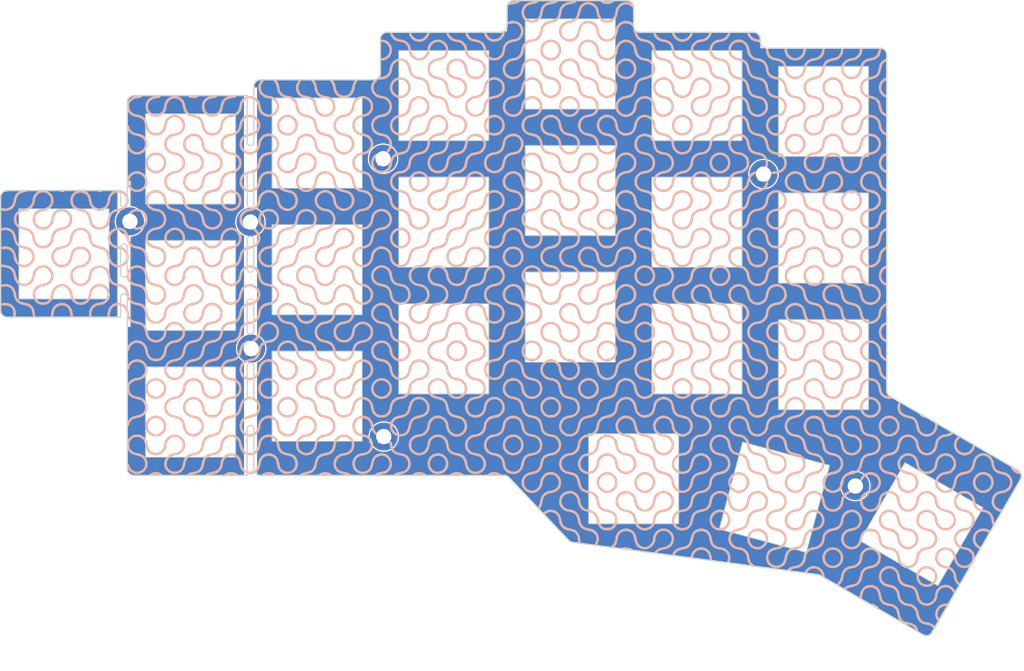
<source format=kicad_pcb>
(kicad_pcb (version 20221018) (generator pcbnew)
  (layers (0 "F.Cu" signal) (31 "B.Cu" signal) (34 "B.Paste" user) (35 "F.Paste" user) (36 "B.SilkS" user "B.Silkscreen") (37 "F.SilkS" user "F.Silkscreen") (38 "B.Mask" user) (39 "F.Mask" user) (44 "Edge.Cuts" user))
  (net 0 "")
  (footprint "kbd:SW_Hole_Omron" (layer "F.Cu") (at 42.721463 76.099368)
    (fp_text reference "K18" hide)
    (fp_text value "KEYSW" hide)
    (fp_line (start -6.75 -6.75) (end -6.75 6.75) (stroke (width 0.12)) (layer "Edge.Cuts"))
    (fp_line (start -6.75 6.75) (end 6.75 6.75) (stroke (width 0.12)) (layer "Edge.Cuts"))
    (fp_line (start 6.75 -6.75) (end -6.75 -6.75) (stroke (width 0.12)) (layer "Edge.Cuts"))
    (fp_line (start 6.75 6.75) (end 6.75 -6.75) (stroke (width 0.12)) (layer "Edge.Cuts"))
  )
  (footprint "kbd:SW_Hole_Omron" (layer "F.Cu") (at 118.721463 47.599367)
    (fp_text reference "K21" hide)
    (fp_text value "KEYSW" hide)
    (fp_line (start -6.75 -6.75) (end -6.75 6.75) (stroke (width 0.12)) (layer "Edge.Cuts"))
    (fp_line (start -6.75 6.75) (end 6.75 6.75) (stroke (width 0.12)) (layer "Edge.Cuts"))
    (fp_line (start 6.75 -6.75) (end -6.75 -6.75) (stroke (width 0.12)) (layer "Edge.Cuts"))
    (fp_line (start 6.75 6.75) (end 6.75 -6.75) (stroke (width 0.12)) (layer "Edge.Cuts"))
  )
  (footprint "kbd:SW_Hole_Omron" (layer "F.Cu") (at 42.721463 57.099368)
    (fp_text reference "K14" hide)
    (fp_text value "KEYSW" hide)
    (fp_line (start -6.75 -6.75) (end -6.75 6.75) (stroke (width 0.12)) (layer "Edge.Cuts"))
    (fp_line (start -6.75 6.75) (end 6.75 6.75) (stroke (width 0.12)) (layer "Edge.Cuts"))
    (fp_line (start 6.75 -6.75) (end -6.75 -6.75) (stroke (width 0.12)) (layer "Edge.Cuts"))
    (fp_line (start 6.75 6.75) (end 6.75 -6.75) (stroke (width 0.12)) (layer "Edge.Cuts"))
  )
  (footprint "kbd:SW_Hole_Omron" (layer "F.Cu") (at 61.721463 35.724368)
    (fp_text reference "K13" hide)
    (fp_text value "KEYSW" hide)
    (fp_line (start -6.75 -6.75) (end -6.75 6.75) (stroke (width 0.12)) (layer "Edge.Cuts"))
    (fp_line (start -6.75 6.75) (end 6.75 6.75) (stroke (width 0.12)) (layer "Edge.Cuts"))
    (fp_line (start 6.75 -6.75) (end -6.75 -6.75) (stroke (width 0.12)) (layer "Edge.Cuts"))
    (fp_line (start 6.75 6.75) (end 6.75 -6.75) (stroke (width 0.12)) (layer "Edge.Cuts"))
  )
  (footprint "kbd:SW_Hole_Omron" (layer "F.Cu") (at 152.426296 92.925796 60)
    (fp_text reference "K22" hide)
    (fp_text value "KEYSW" hide)
    (fp_line (start -6.75 -6.75) (end -6.75 6.75) (stroke (width 0.12)) (layer "Edge.Cuts"))
    (fp_line (start -6.75 6.75) (end 6.75 6.75) (stroke (width 0.12)) (layer "Edge.Cuts"))
    (fp_line (start 6.75 -6.75) (end -6.75 -6.75) (stroke (width 0.12)) (layer "Edge.Cuts"))
    (fp_line (start 6.75 6.75) (end 6.75 -6.75) (stroke (width 0.12)) (layer "Edge.Cuts"))
  )
  (footprint "kbd:M2_Hole_TH" (layer "F.Cu") (at 128.721463 40.374367)
    (fp_text reference "H8" (at 0 0.5) (layer "F.SilkS"))
    (fp_text value "MountingHole")
    (pad "" thru_hole circle (at 0 0) (size 4.2 4.2) (drill 2.3) (layers "*.Cu" "*.Mask"))
  )
  (footprint "kbd:SW_Hole_Omron" (layer "F.Cu") (at 80.721463 66.599368)
    (fp_text reference "K9" hide)
    (fp_text value "KEYSW" hide)
    (fp_line (start -6.75 -6.75) (end -6.75 6.75) (stroke (width 0.12)) (layer "Edge.Cuts"))
    (fp_line (start -6.75 6.75) (end 6.75 6.75) (stroke (width 0.12)) (layer "Edge.Cuts"))
    (fp_line (start 6.75 -6.75) (end -6.75 -6.75) (stroke (width 0.12)) (layer "Edge.Cuts"))
    (fp_line (start 6.75 6.75) (end 6.75 -6.75) (stroke (width 0.12)) (layer "Edge.Cuts"))
  )
  (footprint "kbd:M2_Hole_TH" (layer "F.Cu") (at 71.621463 38.074367)
    (fp_text reference "H4" (at 0 0.5) (layer "F.SilkS"))
    (fp_text value "MountingHole")
    (pad "" thru_hole circle (at 0 0) (size 4.2 4.2) (drill 2.3) (layers "*.Cu" "*.Mask"))
  )
  (footprint "kbd:SW_Hole_Omron" (layer "F.Cu") (at 130.35654 88.881582 -15)
    (fp_text reference "K1" hide)
    (fp_text value "KEYSW" hide)
    (fp_line (start -6.75 -6.75) (end -6.75 6.75) (stroke (width 0.12)) (layer "Edge.Cuts"))
    (fp_line (start -6.75 6.75) (end 6.75 6.75) (stroke (width 0.12)) (layer "Edge.Cuts"))
    (fp_line (start 6.75 -6.75) (end -6.75 -6.75) (stroke (width 0.12)) (layer "Edge.Cuts"))
    (fp_line (start 6.75 6.75) (end 6.75 -6.75) (stroke (width 0.12)) (layer "Edge.Cuts"))
  )
  (footprint "kbd:SW_Hole_Omron" (layer "F.Cu") (at 99.721463 23.849368)
    (fp_text reference "K11" hide)
    (fp_text value "KEYSW" hide)
    (fp_line (start -6.75 -6.75) (end -6.75 6.75) (stroke (width 0.12)) (layer "Edge.Cuts"))
    (fp_line (start -6.75 6.75) (end 6.75 6.75) (stroke (width 0.12)) (layer "Edge.Cuts"))
    (fp_line (start 6.75 -6.75) (end -6.75 -6.75) (stroke (width 0.12)) (layer "Edge.Cuts"))
    (fp_line (start 6.75 6.75) (end 6.75 -6.75) (stroke (width 0.12)) (layer "Edge.Cuts"))
  )
  (footprint "kbd:M2_Hole_TH" (layer "F.Cu") (at 51.821463 66.574367)
    (fp_text reference "H2" (at 0 0.5) (layer "F.SilkS"))
    (fp_text value "MountingHole")
    (pad "" thru_hole circle (at 0 0) (size 4.2 4.2) (drill 2.3) (layers "*.Cu" "*.Mask"))
  )
  (footprint "kbd:SW_Hole_Omron" (layer "F.Cu") (at 42.721463 38.099368)
    (fp_text reference "K7" hide)
    (fp_text value "KEYSW" hide)
    (fp_line (start -6.75 -6.75) (end -6.75 6.75) (stroke (width 0.12)) (layer "Edge.Cuts"))
    (fp_line (start -6.75 6.75) (end 6.75 6.75) (stroke (width 0.12)) (layer "Edge.Cuts"))
    (fp_line (start 6.75 -6.75) (end -6.75 -6.75) (stroke (width 0.12)) (layer "Edge.Cuts"))
    (fp_line (start 6.75 6.75) (end 6.75 -6.75) (stroke (width 0.12)) (layer "Edge.Cuts"))
  )
  (footprint "kbd:SW_Hole_Omron" (layer "F.Cu") (at 118.721463 66.599367)
    (fp_text reference "K12" hide)
    (fp_text value "KEYSW" hide)
    (fp_line (start -6.75 -6.75) (end -6.75 6.75) (stroke (width 0.12)) (layer "Edge.Cuts"))
    (fp_line (start -6.75 6.75) (end 6.75 6.75) (stroke (width 0.12)) (layer "Edge.Cuts"))
    (fp_line (start 6.75 -6.75) (end -6.75 -6.75) (stroke (width 0.12)) (layer "Edge.Cuts"))
    (fp_line (start 6.75 6.75) (end 6.75 -6.75) (stroke (width 0.12)) (layer "Edge.Cuts"))
  )
  (footprint "kbd:M2_Hole_TH" (layer "F.Cu") (at 33.621463 47.474367)
    (fp_text reference "H3" (at 0 0.5) (layer "F.SilkS"))
    (fp_text value "MountingHole")
    (pad "" thru_hole circle (at 0 0) (size 4.2 4.2) (drill 2.3) (layers "*.Cu" "*.Mask"))
  )
  (footprint "kbd:M2_Hole_TH" (layer "F.Cu") (at 51.721463 47.574367)
    (fp_text reference "H1" (at 0 0.5) (layer "F.SilkS"))
    (fp_text value "MountingHole")
    (pad "" thru_hole circle (at 0 0) (size 4.2 4.2) (drill 2.3) (layers "*.Cu" "*.Mask"))
  )
  (footprint "kbd:SW_Hole_Omron" (layer "F.Cu") (at 118.721463 28.599367)
    (fp_text reference "K16" hide)
    (fp_text value "KEYSW" hide)
    (fp_line (start -6.75 -6.75) (end -6.75 6.75) (stroke (width 0.12)) (layer "Edge.Cuts"))
    (fp_line (start -6.75 6.75) (end 6.75 6.75) (stroke (width 0.12)) (layer "Edge.Cuts"))
    (fp_line (start 6.75 -6.75) (end -6.75 -6.75) (stroke (width 0.12)) (layer "Edge.Cuts"))
    (fp_line (start 6.75 6.75) (end 6.75 -6.75) (stroke (width 0.12)) (layer "Edge.Cuts"))
  )
  (footprint "kbd:SW_Hole_Omron" (layer "F.Cu") (at 80.721463 47.599368)
    (fp_text reference "K6" hide)
    (fp_text value "KEYSW" hide)
    (fp_line (start -6.75 -6.75) (end -6.75 6.75) (stroke (width 0.12)) (layer "Edge.Cuts"))
    (fp_line (start -6.75 6.75) (end 6.75 6.75) (stroke (width 0.12)) (layer "Edge.Cuts"))
    (fp_line (start 6.75 -6.75) (end -6.75 -6.75) (stroke (width 0.12)) (layer "Edge.Cuts"))
    (fp_line (start 6.75 6.75) (end 6.75 -6.75) (stroke (width 0.12)) (layer "Edge.Cuts"))
  )
  (footprint "Silks:skean_truchet_back" (layer "F.Cu") (at 91.221464 61.599367)
    (fp_text reference "G***" hide)
    (fp_text value "LOGO" hide)
  )
  (footprint "kbd:SW_Hole_Omron" (layer "F.Cu") (at 109.221463 86.099097)
    (fp_text reference "K5" hide)
    (fp_text value "KEYSW" hide)
    (fp_line (start -6.75 -6.75) (end -6.75 6.75) (stroke (width 0.12)) (layer "Edge.Cuts"))
    (fp_line (start -6.75 6.75) (end 6.75 6.75) (stroke (width 0.12)) (layer "Edge.Cuts"))
    (fp_line (start 6.75 -6.75) (end -6.75 -6.75) (stroke (width 0.12)) (layer "Edge.Cuts"))
    (fp_line (start 6.75 6.75) (end 6.75 -6.75) (stroke (width 0.12)) (layer "Edge.Cuts"))
  )
  (footprint "kbd:SW_Hole_Omron" (layer "F.Cu") (at 137.721463 49.974367)
    (fp_text reference "K3" hide)
    (fp_text value "KEYSW" hide)
    (fp_line (start -6.75 -6.75) (end -6.75 6.75) (stroke (width 0.12)) (layer "Edge.Cuts"))
    (fp_line (start -6.75 6.75) (end 6.75 6.75) (stroke (width 0.12)) (layer "Edge.Cuts"))
    (fp_line (start 6.75 -6.75) (end -6.75 -6.75) (stroke (width 0.12)) (layer "Edge.Cuts"))
    (fp_line (start 6.75 6.75) (end 6.75 -6.75) (stroke (width 0.12)) (layer "Edge.Cuts"))
  )
  (footprint "kbd:SW_Hole_Omron" (layer "F.Cu") (at 23.721464 52.349367)
    (fp_text reference "K10" hide)
    (fp_text value "KEYSW" hide)
    (fp_line (start -6.75 -6.75) (end -6.75 6.75) (stroke (width 0.12)) (layer "Edge.Cuts"))
    (fp_line (start -6.75 6.75) (end 6.75 6.75) (stroke (width 0.12)) (layer "Edge.Cuts"))
    (fp_line (start 6.75 -6.75) (end -6.75 -6.75) (stroke (width 0.12)) (layer "Edge.Cuts"))
    (fp_line (start 6.75 6.75) (end 6.75 -6.75) (stroke (width 0.12)) (layer "Edge.Cuts"))
  )
  (footprint "kbd:SW_Hole_Omron" (layer "F.Cu") (at 99.721463 42.849368)
    (fp_text reference "K19" hide)
    (fp_text value "KEYSW" hide)
    (fp_line (start -6.75 -6.75) (end -6.75 6.75) (stroke (width 0.12)) (layer "Edge.Cuts"))
    (fp_line (start -6.75 6.75) (end 6.75 6.75) (stroke (width 0.12)) (layer "Edge.Cuts"))
    (fp_line (start 6.75 -6.75) (end -6.75 -6.75) (stroke (width 0.12)) (layer "Edge.Cuts"))
    (fp_line (start 6.75 6.75) (end 6.75 -6.75) (stroke (width 0.12)) (layer "Edge.Cuts"))
  )
  (footprint "Silks:skean_truchet" (layer "F.Cu") (at 90.821464 61.599367)
    (fp_text reference "REF**" hide)
    (fp_text value "LOGO" hide)
  )
  (footprint "kbd:SW_Hole_Omron" (layer "F.Cu") (at 61.721463 73.724368)
    (fp_text reference "K8" hide)
    (fp_text value "KEYSW" hide)
    (fp_line (start -6.75 -6.75) (end -6.75 6.75) (stroke (width 0.12)) (layer "Edge.Cuts"))
    (fp_line (start -6.75 6.75) (end 6.75 6.75) (stroke (width 0.12)) (layer "Edge.Cuts"))
    (fp_line (start 6.75 -6.75) (end -6.75 -6.75) (stroke (width 0.12)) (layer "Edge.Cuts"))
    (fp_line (start 6.75 6.75) (end 6.75 -6.75) (stroke (width 0.12)) (layer "Edge.Cuts"))
  )
  (footprint "kbd:M2_Hole_TH" (layer "F.Cu") (at 71.721463 79.774367)
    (fp_text reference "H5" (at 0 0.5) (layer "F.SilkS"))
    (fp_text value "MountingHole")
    (pad "" thru_hole circle (at 0 0) (size 4.2 4.2) (drill 2.3) (layers "*.Cu" "*.Mask"))
  )
  (footprint "kbd:SW_Hole_Omron" (layer "F.Cu") (at 137.721463 30.974367)
    (fp_text reference "K4" hide)
    (fp_text value "KEYSW" hide)
    (fp_line (start -6.75 -6.75) (end -6.75 6.75) (stroke (width 0.12)) (layer "Edge.Cuts"))
    (fp_line (start -6.75 6.75) (end 6.75 6.75) (stroke (width 0.12)) (layer "Edge.Cuts"))
    (fp_line (start 6.75 -6.75) (end -6.75 -6.75) (stroke (width 0.12)) (layer "Edge.Cuts"))
    (fp_line (start 6.75 6.75) (end 6.75 -6.75) (stroke (width 0.12)) (layer "Edge.Cuts"))
  )
  (footprint "kbd:SW_Hole_Omron" (layer "F.Cu") (at 137.721463 68.974367)
    (fp_text reference "K2" hide)
    (fp_text value "KEYSW" hide)
    (fp_line (start -6.75 -6.75) (end -6.75 6.75) (stroke (width 0.12)) (layer "Edge.Cuts"))
    (fp_line (start -6.75 6.75) (end 6.75 6.75) (stroke (width 0.12)) (layer "Edge.Cuts"))
    (fp_line (start 6.75 -6.75) (end -6.75 -6.75) (stroke (width 0.12)) (layer "Edge.Cuts"))
    (fp_line (start 6.75 6.75) (end 6.75 -6.75) (stroke (width 0.12)) (layer "Edge.Cuts"))
  )
  (footprint "kbd:SW_Hole_Omron" (layer "F.Cu") (at 99.721463 61.849368)
    (fp_text reference "K15" hide)
    (fp_text value "KEYSW" hide)
    (fp_line (start -6.75 -6.75) (end -6.75 6.75) (stroke (width 0.12)) (layer "Edge.Cuts"))
    (fp_line (start -6.75 6.75) (end 6.75 6.75) (stroke (width 0.12)) (layer "Edge.Cuts"))
    (fp_line (start 6.75 -6.75) (end -6.75 -6.75) (stroke (width 0.12)) (layer "Edge.Cuts"))
    (fp_line (start 6.75 6.75) (end 6.75 -6.75) (stroke (width 0.12)) (layer "Edge.Cuts"))
  )
  (footprint "kbd:M2_Hole_TH" (layer "F.Cu") (at 142.507505 87.19918)
    (fp_text reference "H9" (at 0 0.5) (layer "F.SilkS"))
    (fp_text value "MountingHole")
    (pad "" thru_hole circle (at 0 0) (size 4.2 4.2) (drill 2.3) (layers "*.Cu" "*.Mask"))
  )
  (footprint "kbd:SW_Hole_Omron" (layer "F.Cu") (at 61.721463 54.724368)
    (fp_text reference "K17" hide)
    (fp_text value "KEYSW" hide)
    (fp_line (start -6.75 -6.75) (end -6.75 6.75) (stroke (width 0.12)) (layer "Edge.Cuts"))
    (fp_line (start -6.75 6.75) (end 6.75 6.75) (stroke (width 0.12)) (layer "Edge.Cuts"))
    (fp_line (start 6.75 -6.75) (end -6.75 -6.75) (stroke (width 0.12)) (layer "Edge.Cuts"))
    (fp_line (start 6.75 6.75) (end 6.75 -6.75) (stroke (width 0.12)) (layer "Edge.Cuts"))
  )
  (footprint "kbd:SW_Hole_Omron" (layer "F.Cu") (at 80.721463 28.599368)
    (fp_text reference "K20" hide)
    (fp_text value "KEYSW" hide)
    (fp_line (start -6.75 -6.75) (end -6.75 6.75) (stroke (width 0.12)) (layer "Edge.Cuts"))
    (fp_line (start -6.75 6.75) (end 6.75 6.75) (stroke (width 0.12)) (layer "Edge.Cuts"))
    (fp_line (start 6.75 -6.75) (end -6.75 -6.75) (stroke (width 0.12)) (layer "Edge.Cuts"))
    (fp_line (start 6.75 6.75) (end 6.75 -6.75) (stroke (width 0.12)) (layer "Edge.Cuts"))
  )
  (gr_arc (start 89.796623 85.599367) (mid 90.187009 85.679623) (end 90.514076 85.907372) (stroke (width 0.2)) (layer "Edge.Cuts"))
  (gr_line (start 52.221491 40.599328) (end 52.22149 44.924327) (stroke (width 0.2)) (layer "Edge.Cuts"))
  (gr_arc (start 51.22149 50.224327) (mid 51.72149 49.724327) (end 52.22149 50.224327) (stroke (width 0.2)) (layer "Edge.Cuts"))
  (gr_line (start 51.221491 54.599327) (end 51.22149 50.224327) (stroke (width 0.2)) (layer "Edge.Cuts"))
  (gr_arc (start 166.912511 84.834934) (mid 167.378437 85.442141) (end 167.278537 86.20096) (stroke (width 0.2)) (layer "Edge.Cuts"))
  (gr_arc (start 51.221463 59.599366) (mid 51.721463 59.099366) (end 52.221463 59.599366) (stroke (width 0.2)) (layer "Edge.Cuts"))
  (gr_arc (start 90.221463 18.099368) (mid 89.92857 18.806475) (end 89.221463 19.099368) (stroke (width 0.2)) (layer "Edge.Cuts"))
  (gr_line (start 15.221464 42.849368) (end 32.221465 42.849368) (stroke (width 0.2)) (layer "Edge.Cuts"))
  (gr_line (start 32.221464 51.349368) (end 32.221464 55.349368) (stroke (width 0.2)) (layer "Edge.Cuts"))
  (gr_line (start 52.221463 35.599367) (end 52.221463 27.224367) (stroke (width 0.2)) (layer "Edge.Cuts"))
  (gr_line (start 99.480311 95.345258) (end 90.514076 85.907372) (stroke (width 0.2)) (layer "Edge.Cuts"))
  (gr_arc (start 51.221463 40.599367) (mid 51.721463 40.099367) (end 52.221463 40.599367) (stroke (width 0.2)) (layer "Edge.Cuts"))
  (gr_line (start 147.721463 73.754978) (end 166.912511 84.834934) (stroke (width 0.2)) (layer "Edge.Cuts"))
  (gr_line (start 147.221463 22.474368) (end 147.221463 72.888952) (stroke (width 0.2)) (layer "Edge.Cuts"))
  (gr_arc (start 33.221463 55.349368) (mid 32.721463 55.849368) (end 32.221463 55.349368) (stroke (width 0.2)) (layer "Edge.Cuts"))
  (gr_line (start 51.221463 28.599368) (end 51.221463 35.599367) (stroke (width 0.2)) (layer "Edge.Cuts"))
  (gr_line (start 32.221464 42.849368) (end 32.221464 44.849368) (stroke (width 0.2)) (layer "Edge.Cuts"))
  (gr_arc (start 71.221463 25.224368) (mid 70.92857 25.931475) (end 70.221463 26.224368) (stroke (width 0.2)) (layer "Edge.Cuts"))
  (gr_arc (start 52.221463 73.599366) (mid 51.721463 74.099366) (end 51.221463 73.599366) (stroke (width 0.2)) (layer "Edge.Cuts"))
  (gr_line (start 52.221463 84.599366) (end 52.221463 78.599366) (stroke (width 0.2)) (layer "Edge.Cuts"))
  (gr_line (start 52.221491 54.599327) (end 52.22149 50.224327) (stroke (width 0.2)) (layer "Edge.Cuts"))
  (gr_arc (start 53.221463 85.599366) (mid 52.514356 85.306473) (end 52.221463 84.599366) (stroke (width 0.2)) (layer "Edge.Cuts"))
  (gr_line (start 71.221463 25.224368) (end 71.221463 20.099368) (stroke (width 0.2)) (layer "Edge.Cuts"))
  (gr_arc (start 146.221463 21.474368) (mid 146.92857 21.767261) (end 147.221463 22.474368) (stroke (width 0.2)) (layer "Edge.Cuts"))
  (gr_arc (start 108.221463 14.349368) (mid 108.92857 14.642261) (end 109.221463 15.349368) (stroke (width 0.2)) (layer "Edge.Cuts"))
  (gr_line (start 110.221463 19.099367) (end 127.221463 19.099367) (stroke (width 0.2)) (layer "Edge.Cuts"))
  (gr_line (start 51.22149 69.224327) (end 51.221491 73.599327) (stroke (width 0.2)) (layer "Edge.Cuts"))
  (gr_line (start 89.796623 85.599366) (end 53.221463 85.599366) (stroke (width 0.2)) (layer "Edge.Cuts"))
  (gr_line (start 152.662511 109.516658) (end 137.244527 100.615081) (stroke (width 0.2)) (layer "Edge.Cuts"))
  (gr_arc (start 110.221462 19.099368) (mid 109.514356 18.806474) (end 109.221463 18.099367) (stroke (width 0.2)) (layer "Edge.Cuts"))
  (gr_line (start 33.221463 84.609762) (end 33.221464 58.849368) (stroke (width 0.2)) (layer "Edge.Cuts"))
  (gr_arc (start 52.221463 54.599366) (mid 51.721463 55.099366) (end 51.221463 54.599366) (stroke (width 0.2)) (layer "Edge.Cuts"))
  (gr_arc (start 51.221463 78.599366) (mid 51.721463 78.099366) (end 52.221463 78.599366) (stroke (width 0.2)) (layer "Edge.Cuts"))
  (gr_arc (start 33.221464 44.849368) (mid 32.721464 45.349368) (end 32.221464 44.849368) (stroke (width 0.2)) (layer "Edge.Cuts"))
  (gr_line (start 51.221463 78.599366) (end 51.221463 85.599366) (stroke (width 0.2)) (layer "Edge.Cuts"))
  (gr_arc (start 34.211068 85.599367) (mid 33.511312 85.309518) (end 33.221463 84.609762) (stroke (width 0.2)) (layer "Edge.Cuts"))
  (gr_line (start 51.221463 85.599366) (end 34.211068 85.599366) (stroke (width 0.2)) (layer "Edge.Cuts"))
  (gr_arc (start 52.221463 27.224368) (mid 52.514356 26.517261) (end 53.221463 26.224368) (stroke (width 0.2)) (layer "Edge.Cuts"))
  (gr_line (start 53.221463 26.224368) (end 70.221463 26.224368) (stroke (width 0.2)) (layer "Edge.Cuts"))
  (gr_line (start 14.221465 60.849368) (end 14.221465 43.849369) (stroke (width 0.2)) (layer "Edge.Cuts"))
  (gr_arc (start 15.221464 61.849367) (mid 14.514358 61.556474) (end 14.221465 60.849368) (stroke (width 0.2)) (layer "Edge.Cuts"))
  (gr_arc (start 14.221465 43.849369) (mid 14.514358 43.142262) (end 15.221464 42.849368) (stroke (width 0.2)) (layer "Edge.Cuts"))
  (gr_line (start 32.221464 58.849368) (end 32.221464 61.849368) (stroke (width 0.2)) (layer "Edge.Cuts"))
  (gr_line (start 52.221491 73.599327) (end 52.22149 69.224327) (stroke (width 0.2)) (layer "Edge.Cuts"))
  (gr_arc (start 52.22149 44.924327) (mid 51.72149 45.424327) (end 51.22149 44.924327) (stroke (width 0.2)) (layer "Edge.Cuts"))
  (gr_arc (start 129.221463 21.474367) (mid 128.514356 21.181474) (end 128.221463 20.474367) (stroke (width 0.2)) (layer "Edge.Cuts"))
  (gr_arc (start 90.221463 15.349368) (mid 90.514356 14.642261) (end 91.221463 14.349368) (stroke (width 0.2)) (layer "Edge.Cuts"))
  (gr_arc (start 127.221463 19.099367) (mid 127.92857 19.39226) (end 128.221463 20.099367) (stroke (width 0.2)) (layer "Edge.Cuts"))
  (gr_arc (start 100.068595 95.644797) (mid 99.748739 95.545528) (end 99.480311 95.345258) (stroke (width 0.2)) (layer "Edge.Cuts"))
  (gr_line (start 136.878894 100.490965) (end 100.068595 95.644797) (stroke (width 0.2)) (layer "Edge.Cuts"))
  (gr_line (start 33.221464 44.849368) (end 33.221464 29.599368) (stroke (width 0.2)) (layer "Edge.Cuts"))
  (gr_line (start 33.221463 55.349368) (end 33.221463 51.349368) (stroke (width 0.2)) (layer "Edge.Cuts"))
  (gr_line (start 109.221463 15.349368) (end 109.221463 18.099367) (stroke (width 0.2)) (layer "Edge.Cuts"))
  (gr_line (start 128.221463 20.099367) (end 128.221463 20.474367) (stroke (width 0.2)) (layer "Edge.Cuts"))
  (gr_arc (start 33.221464 29.599368) (mid 33.514357 28.892261) (end 34.221464 28.599368) (stroke (width 0.2)) (layer "Edge.Cuts"))
  (gr_line (start 52.22149 63.924327) (end 52.221491 59.599327) (stroke (width 0.2)) (layer "Edge.Cuts"))
  (gr_line (start 129.221463 21.474367) (end 146.221463 21.474368) (stroke (width 0.2)) (layer "Edge.Cuts"))
  (gr_line (start 167.278537 86.20096) (end 154.028537 109.150633) (stroke (width 0.2)) (layer "Edge.Cuts"))
  (gr_arc (start 51.22149 69.224327) (mid 51.72149 68.724327) (end 52.22149 69.224327) (stroke (width 0.2)) (layer "Edge.Cuts"))
  (gr_arc (start 52.221463 35.599367) (mid 51.721463 36.099367) (end 51.221463 35.599367) (stroke (width 0.2)) (layer "Edge.Cuts"))
  (gr_arc (start 136.878894 100.490965) (mid 137.067823 100.535017) (end 137.244527 100.615081) (stroke (width 0.2)) (layer "Edge.Cuts"))
  (gr_arc (start 147.721463 73.754977) (mid 147.355438 73.388952) (end 147.221463 72.888952) (stroke (width 0.2)) (layer "Edge.Cuts"))
  (gr_line (start 51.221491 40.599328) (end 51.22149 44.924327) (stroke (width 0.2)) (layer "Edge.Cuts"))
  (gr_arc (start 32.221462 51.349368) (mid 32.721462 50.849368) (end 33.221462 51.349368) (stroke (width 0.2)) (layer "Edge.Cuts"))
  (gr_arc (start 52.22149 63.924327) (mid 51.72149 64.424327) (end 51.22149 63.924327) (stroke (width 0.2)) (layer "Edge.Cuts"))
  (gr_arc (start 32.221464 58.849368) (mid 32.721464 58.349368) (end 33.221464 58.849368) (stroke (width 0.2)) (layer "Edge.Cuts"))
  (gr_arc (start 71.221462 20.099368) (mid 71.514356 19.392261) (end 72.221463 19.099367) (stroke (width 0.2)) (layer "Edge.Cuts"))
  (gr_line (start 90.221463 18.099368) (end 90.221463 15.349368) (stroke (width 0.2)) (layer "Edge.Cuts"))
  (gr_line (start 32.221464 61.849368) (end 15.221464 61.849368) (stroke (width 0.2)) (layer "Edge.Cuts"))
  (gr_line (start 91.221463 14.349368) (end 108.221463 14.349368) (stroke (width 0.2)) (layer "Edge.Cuts"))
  (gr_line (start 72.221463 19.099367) (end 89.221463 19.099368) (stroke (width 0.2)) (layer "Edge.Cuts"))
  (gr_arc (start 154.028536 109.150633) (mid 153.42133 109.616559) (end 152.662511 109.516658) (stroke (width 0.2)) (layer "Edge.Cuts"))
  (gr_line (start 34.221464 28.599368) (end 51.221463 28.599368) (stroke (width 0.2)) (layer "Edge.Cuts"))
  (gr_line (start 51.22149 63.924327) (end 51.221491 59.599327) (stroke (width 0.2)) (layer "Edge.Cuts"))
  (zone (net 0) (net_name "") (layers "F&B.Cu") (priority 1) (connect_pads (clearance 0.2)) (min_thickness 0.25) (fill yes (thermal_gap 0.5) (thermal_bridge_width 0.5))
    (polygon (pts (xy 109.221463 19.104952) (xy 128.221463 19.104952) (xy 128.221463 21.504952) (xy 147.221463 21.504952) (xy 147.221463 23.804952) (xy 147.721464 73.349367) (xy 167.821463 85.204952) (xy 153.421463 109.904952) (xy 137.021463 100.504952) (xy 99.721463 95.504952) (xy 90.121463 85.504952) (xy 33.221463 85.604952) (xy 33.221463 61.804952) (xy 14.121463 61.804952) (xy 14.221463 42.904952) (xy 33.221463 42.804952) (xy 33.221463 28.504952) (xy 52.221463 28.504952) (xy 52.221463 26.204952) (xy 71.221463 26.204952) (xy 71.221463 19.004952) (xy 90.221463 19.004952) (xy 90.221463 14.304952) (xy 109.221463 14.304952)))
  )
  (zone (net 0) (net_name "") (layers "F&B.Cu") (connect_pads (clearance 0)) (min_thickness 0.254)
    (keepout (tracks not_allowed) (vias not_allowed) (pads not_allowed) (copperpour not_allowed) (footprints allowed))
    (fill (thermal_gap 0.508) (thermal_bridge_width 0.508))
    (polygon (pts (xy 52.721463 86.099367) (xy 50.721463 86.099367) (xy 50.721463 27.349367) (xy 52.721463 27.349367)))
  )
  (zone (net 0) (net_name "") (layers "F&B.Cu") (connect_pads (clearance 0)) (min_thickness 0.254)
    (keepout (tracks not_allowed) (vias not_allowed) (pads not_allowed) (copperpour not_allowed) (footprints allowed))
    (fill (thermal_gap 0.508) (thermal_bridge_width 0.508))
    (polygon (pts (xy 33.721463 63.349367) (xy 31.721463 63.349367) (xy 31.721463 41.849367) (xy 33.721463 41.349367)))
  )
)
</source>
